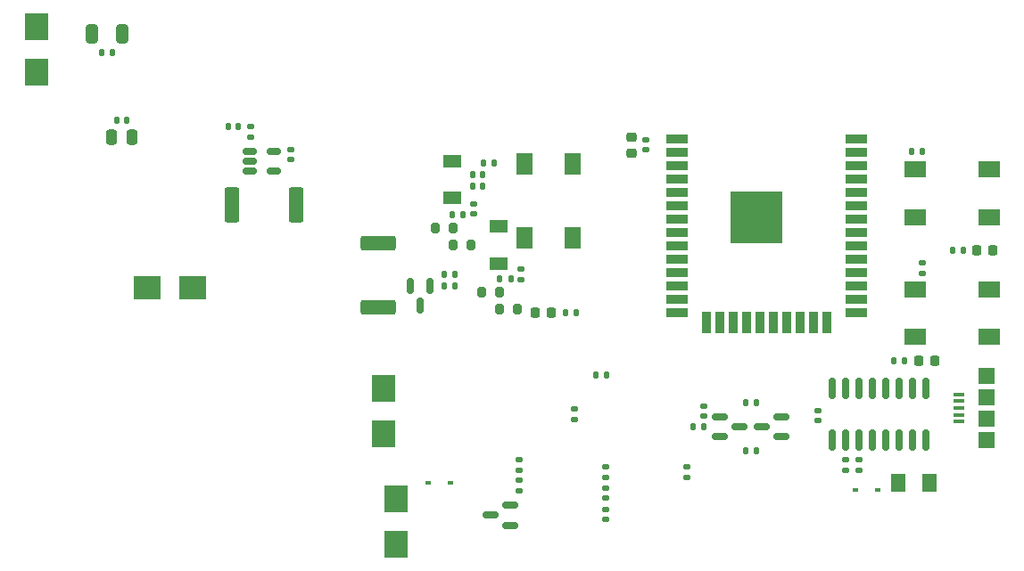
<source format=gtp>
%TF.GenerationSoftware,KiCad,Pcbnew,6.0.5-a6ca702e91~116~ubuntu20.04.1*%
%TF.CreationDate,2022-06-27T23:16:15-06:00*%
%TF.ProjectId,trailer-power-controller,74726169-6c65-4722-9d70-6f7765722d63,rev?*%
%TF.SameCoordinates,Original*%
%TF.FileFunction,Paste,Top*%
%TF.FilePolarity,Positive*%
%FSLAX46Y46*%
G04 Gerber Fmt 4.6, Leading zero omitted, Abs format (unit mm)*
G04 Created by KiCad (PCBNEW 6.0.5-a6ca702e91~116~ubuntu20.04.1) date 2022-06-27 23:16:15*
%MOMM*%
%LPD*%
G01*
G04 APERTURE LIST*
G04 Aperture macros list*
%AMRoundRect*
0 Rectangle with rounded corners*
0 $1 Rounding radius*
0 $2 $3 $4 $5 $6 $7 $8 $9 X,Y pos of 4 corners*
0 Add a 4 corners polygon primitive as box body*
4,1,4,$2,$3,$4,$5,$6,$7,$8,$9,$2,$3,0*
0 Add four circle primitives for the rounded corners*
1,1,$1+$1,$2,$3*
1,1,$1+$1,$4,$5*
1,1,$1+$1,$6,$7*
1,1,$1+$1,$8,$9*
0 Add four rect primitives between the rounded corners*
20,1,$1+$1,$2,$3,$4,$5,0*
20,1,$1+$1,$4,$5,$6,$7,0*
20,1,$1+$1,$6,$7,$8,$9,0*
20,1,$1+$1,$8,$9,$2,$3,0*%
G04 Aperture macros list end*
%ADD10RoundRect,0.135000X0.185000X-0.135000X0.185000X0.135000X-0.185000X0.135000X-0.185000X-0.135000X0*%
%ADD11RoundRect,0.250001X-0.462499X-0.624999X0.462499X-0.624999X0.462499X0.624999X-0.462499X0.624999X0*%
%ADD12RoundRect,0.135000X-0.135000X-0.185000X0.135000X-0.185000X0.135000X0.185000X-0.135000X0.185000X0*%
%ADD13RoundRect,0.140000X0.140000X0.170000X-0.140000X0.170000X-0.140000X-0.170000X0.140000X-0.170000X0*%
%ADD14RoundRect,0.150000X-0.587500X-0.150000X0.587500X-0.150000X0.587500X0.150000X-0.587500X0.150000X0*%
%ADD15RoundRect,0.140000X-0.170000X0.140000X-0.170000X-0.140000X0.170000X-0.140000X0.170000X0.140000X0*%
%ADD16RoundRect,0.150000X-0.150000X0.587500X-0.150000X-0.587500X0.150000X-0.587500X0.150000X0.587500X0*%
%ADD17R,1.700000X1.300000*%
%ADD18RoundRect,0.200000X-0.200000X-0.275000X0.200000X-0.275000X0.200000X0.275000X-0.200000X0.275000X0*%
%ADD19RoundRect,0.218750X0.218750X0.256250X-0.218750X0.256250X-0.218750X-0.256250X0.218750X-0.256250X0*%
%ADD20RoundRect,0.150000X0.587500X0.150000X-0.587500X0.150000X-0.587500X-0.150000X0.587500X-0.150000X0*%
%ADD21R,1.500000X2.000000*%
%ADD22R,2.300000X2.500000*%
%ADD23R,2.500000X2.300000*%
%ADD24RoundRect,0.249999X-0.450001X-1.425001X0.450001X-1.425001X0.450001X1.425001X-0.450001X1.425001X0*%
%ADD25RoundRect,0.135000X0.135000X0.185000X-0.135000X0.185000X-0.135000X-0.185000X0.135000X-0.185000X0*%
%ADD26RoundRect,0.249999X1.425001X-0.450001X1.425001X0.450001X-1.425001X0.450001X-1.425001X-0.450001X0*%
%ADD27R,2.000000X1.500000*%
%ADD28R,0.600000X0.450000*%
%ADD29RoundRect,0.150000X0.150000X-0.825000X0.150000X0.825000X-0.150000X0.825000X-0.150000X-0.825000X0*%
%ADD30RoundRect,0.225000X0.250000X-0.225000X0.250000X0.225000X-0.250000X0.225000X-0.250000X-0.225000X0*%
%ADD31R,5.000000X5.000000*%
%ADD32R,2.000000X0.900000*%
%ADD33R,0.900000X2.000000*%
%ADD34RoundRect,0.250000X0.325000X0.650000X-0.325000X0.650000X-0.325000X-0.650000X0.325000X-0.650000X0*%
%ADD35RoundRect,0.135000X-0.185000X0.135000X-0.185000X-0.135000X0.185000X-0.135000X0.185000X0.135000X0*%
%ADD36RoundRect,0.140000X0.170000X-0.140000X0.170000X0.140000X-0.170000X0.140000X-0.170000X-0.140000X0*%
%ADD37RoundRect,0.218750X-0.218750X-0.256250X0.218750X-0.256250X0.218750X0.256250X-0.218750X0.256250X0*%
%ADD38R,1.080000X0.320000*%
%ADD39R,1.550000X1.500000*%
%ADD40RoundRect,0.250000X0.250000X0.475000X-0.250000X0.475000X-0.250000X-0.475000X0.250000X-0.475000X0*%
%ADD41RoundRect,0.150000X-0.512500X-0.150000X0.512500X-0.150000X0.512500X0.150000X-0.512500X0.150000X0*%
G04 APERTURE END LIST*
D10*
%TO.C,R27*%
X125200000Y-101810000D03*
X125200000Y-100790000D03*
%TD*%
D11*
%TO.C,F1*%
X130212500Y-103000000D03*
X133187500Y-103000000D03*
%TD*%
D12*
%TO.C,R16*%
X92390000Y-83600000D03*
X93410000Y-83600000D03*
%TD*%
D10*
%TO.C,R18*%
X110100000Y-101490000D03*
X110100000Y-102510000D03*
%TD*%
D13*
%TO.C,C12*%
X90780000Y-73700000D03*
X89820000Y-73700000D03*
%TD*%
D14*
%TO.C,Q1*%
X115137500Y-97700000D03*
X113262500Y-98650000D03*
X113262500Y-96750000D03*
%TD*%
D15*
%TO.C,C19*%
X72500000Y-72312323D03*
X72500000Y-71352323D03*
%TD*%
D16*
%TO.C,Q3*%
X85750000Y-84262500D03*
X83850000Y-84262500D03*
X84800000Y-86137500D03*
%TD*%
D17*
%TO.C,D8*%
X92300000Y-82150000D03*
X92300000Y-78650000D03*
%TD*%
%TO.C,D7*%
X87900000Y-72450000D03*
X87900000Y-75950000D03*
%TD*%
D12*
%TO.C,R9*%
X111710000Y-97700000D03*
X110690000Y-97700000D03*
%TD*%
D18*
%TO.C,R12*%
X89625000Y-80400000D03*
X87975000Y-80400000D03*
%TD*%
%TO.C,R13*%
X90675000Y-84900000D03*
X92325000Y-84900000D03*
%TD*%
D19*
%TO.C,D5*%
X133687500Y-91400000D03*
X132112500Y-91400000D03*
%TD*%
D20*
%TO.C,Q2*%
X119137500Y-98650000D03*
X119137500Y-96750000D03*
X117262500Y-97700000D03*
%TD*%
D12*
%TO.C,R2*%
X98590000Y-86800000D03*
X99610000Y-86800000D03*
%TD*%
D21*
%TO.C,SW3*%
X99250000Y-79700000D03*
X99250000Y-72700000D03*
X94750000Y-72700000D03*
X94750000Y-79700000D03*
%TD*%
D22*
%TO.C,D10*%
X81300000Y-94050000D03*
X81300000Y-98350000D03*
%TD*%
D20*
%TO.C,Q4*%
X93375000Y-107050000D03*
X93375000Y-105150000D03*
X91500000Y-106100000D03*
%TD*%
D22*
%TO.C,D9*%
X82500000Y-108850000D03*
X82500000Y-104550000D03*
%TD*%
D23*
%TO.C,D2*%
X58882323Y-84500000D03*
X63182323Y-84500000D03*
%TD*%
D24*
%TO.C,R20*%
X66950000Y-76632323D03*
X73050000Y-76632323D03*
%TD*%
D25*
%TO.C,R23*%
X88110000Y-84300000D03*
X87090000Y-84300000D03*
%TD*%
%TO.C,R4*%
X116710000Y-95400000D03*
X115690000Y-95400000D03*
%TD*%
D26*
%TO.C,R24*%
X80800000Y-86350000D03*
X80800000Y-80250000D03*
%TD*%
D13*
%TO.C,C8*%
X54620000Y-62150000D03*
X55580000Y-62150000D03*
%TD*%
D27*
%TO.C,SW2*%
X138800000Y-73250000D03*
X131800000Y-73250000D03*
X138800000Y-77750000D03*
X131800000Y-77750000D03*
%TD*%
D13*
%TO.C,C5*%
X56980000Y-68550000D03*
X56020000Y-68550000D03*
%TD*%
D12*
%TO.C,R15*%
X88910000Y-77500000D03*
X87890000Y-77500000D03*
%TD*%
D10*
%TO.C,R1*%
X126500000Y-101810000D03*
X126500000Y-100790000D03*
%TD*%
D13*
%TO.C,C11*%
X90780000Y-74800000D03*
X89820000Y-74800000D03*
%TD*%
D28*
%TO.C,D11*%
X85550000Y-103000000D03*
X87650000Y-103000000D03*
%TD*%
D29*
%TO.C,U2*%
X123955000Y-94025000D03*
X125225000Y-94025000D03*
X126495000Y-94025000D03*
X127765000Y-94025000D03*
X129035000Y-94025000D03*
X130305000Y-94025000D03*
X131575000Y-94025000D03*
X132845000Y-94025000D03*
X132845000Y-98975000D03*
X131575000Y-98975000D03*
X130305000Y-98975000D03*
X129035000Y-98975000D03*
X127765000Y-98975000D03*
X126495000Y-98975000D03*
X125225000Y-98975000D03*
X123955000Y-98975000D03*
%TD*%
D12*
%TO.C,R21*%
X87090000Y-83200000D03*
X88110000Y-83200000D03*
%TD*%
%TO.C,R17*%
X102510000Y-92800000D03*
X101490000Y-92800000D03*
%TD*%
D25*
%TO.C,R7*%
X130810000Y-91400000D03*
X129790000Y-91400000D03*
%TD*%
D18*
%TO.C,R11*%
X87925000Y-78800000D03*
X86275000Y-78800000D03*
%TD*%
D12*
%TO.C,R5*%
X115690000Y-100000000D03*
X116710000Y-100000000D03*
%TD*%
D27*
%TO.C,SW1*%
X138800000Y-84650000D03*
X131800000Y-84650000D03*
X138800000Y-89150000D03*
X131800000Y-89150000D03*
%TD*%
D13*
%TO.C,C20*%
X67580000Y-69132323D03*
X66620000Y-69132323D03*
%TD*%
D30*
%TO.C,C3*%
X104900610Y-70125000D03*
X104900610Y-71675000D03*
%TD*%
D15*
%TO.C,C17*%
X99500000Y-96980000D03*
X99500000Y-96020000D03*
%TD*%
D28*
%TO.C,D1*%
X126150000Y-103700000D03*
X128250000Y-103700000D03*
%TD*%
D31*
%TO.C,U1*%
X116700000Y-77795000D03*
D32*
X126200000Y-70295000D03*
X126200000Y-71565000D03*
X126200000Y-72835000D03*
X126200000Y-74105000D03*
X126200000Y-75375000D03*
X126200000Y-76645000D03*
X126200000Y-77915000D03*
X126200000Y-79185000D03*
X126200000Y-80455000D03*
X126200000Y-81725000D03*
X126200000Y-82995000D03*
X126200000Y-84265000D03*
X126200000Y-85535000D03*
X126200000Y-86805000D03*
D33*
X123415000Y-87805000D03*
X122145000Y-87805000D03*
X120875000Y-87805000D03*
X119605000Y-87805000D03*
X118335000Y-87805000D03*
X117065000Y-87805000D03*
X115795000Y-87805000D03*
X114525000Y-87805000D03*
X113255000Y-87805000D03*
X111985000Y-87805000D03*
D32*
X109200000Y-86805000D03*
X109200000Y-85535000D03*
X109200000Y-84265000D03*
X109200000Y-82995000D03*
X109200000Y-81725000D03*
X109200000Y-80455000D03*
X109200000Y-79185000D03*
X109200000Y-77915000D03*
X109200000Y-76645000D03*
X109200000Y-75375000D03*
X109200000Y-74105000D03*
X109200000Y-72835000D03*
X109200000Y-71565000D03*
X109200000Y-70295000D03*
%TD*%
D19*
%TO.C,D4*%
X137612500Y-80900000D03*
X139187500Y-80900000D03*
%TD*%
D25*
%TO.C,R8*%
X132510000Y-71500000D03*
X131490000Y-71500000D03*
%TD*%
D22*
%TO.C,D6*%
X48400000Y-59650000D03*
X48400000Y-63950000D03*
%TD*%
D34*
%TO.C,C9*%
X53625000Y-60350000D03*
X56575000Y-60350000D03*
%TD*%
D35*
%TO.C,R25*%
X94200000Y-102790000D03*
X94200000Y-103810000D03*
%TD*%
D25*
%TO.C,R10*%
X91810000Y-72600000D03*
X90790000Y-72600000D03*
%TD*%
D18*
%TO.C,R14*%
X92375000Y-86500000D03*
X94025000Y-86500000D03*
%TD*%
D36*
%TO.C,C16*%
X102400000Y-105520000D03*
X102400000Y-106480000D03*
%TD*%
D37*
%TO.C,D3*%
X95712500Y-86800000D03*
X97287500Y-86800000D03*
%TD*%
D35*
%TO.C,R22*%
X94200000Y-100790000D03*
X94200000Y-101810000D03*
%TD*%
D25*
%TO.C,R6*%
X135390000Y-80900000D03*
X136410000Y-80900000D03*
%TD*%
D10*
%TO.C,R26*%
X68700000Y-70142323D03*
X68700000Y-69122323D03*
%TD*%
D36*
%TO.C,C14*%
X94400000Y-83680000D03*
X94400000Y-82720000D03*
%TD*%
%TO.C,C13*%
X89900000Y-76520000D03*
X89900000Y-77480000D03*
%TD*%
%TO.C,C7*%
X111700000Y-96680000D03*
X111700000Y-95720000D03*
%TD*%
%TO.C,C2*%
X122600000Y-96120000D03*
X122600000Y-97080000D03*
%TD*%
D15*
%TO.C,C15*%
X102400000Y-104480000D03*
X102400000Y-103520000D03*
%TD*%
D10*
%TO.C,R19*%
X102400000Y-101490000D03*
X102400000Y-102510000D03*
%TD*%
D36*
%TO.C,C1*%
X106200610Y-70420000D03*
X106200610Y-71380000D03*
%TD*%
D38*
%TO.C,J2*%
X135925000Y-97200000D03*
X135925000Y-96550000D03*
X135925000Y-95900000D03*
X135925000Y-95250000D03*
X135925000Y-94600000D03*
D39*
X138600000Y-96900000D03*
X138600000Y-94900000D03*
X138600000Y-98950000D03*
X138600000Y-92850000D03*
%TD*%
D40*
%TO.C,C6*%
X57450000Y-70150000D03*
X55550000Y-70150000D03*
%TD*%
D41*
%TO.C,U5*%
X70937500Y-71482323D03*
X70937500Y-73382323D03*
X68662500Y-73382323D03*
X68662500Y-72432323D03*
X68662500Y-71482323D03*
%TD*%
D10*
%TO.C,R3*%
X132500000Y-83110000D03*
X132500000Y-82090000D03*
%TD*%
M02*

</source>
